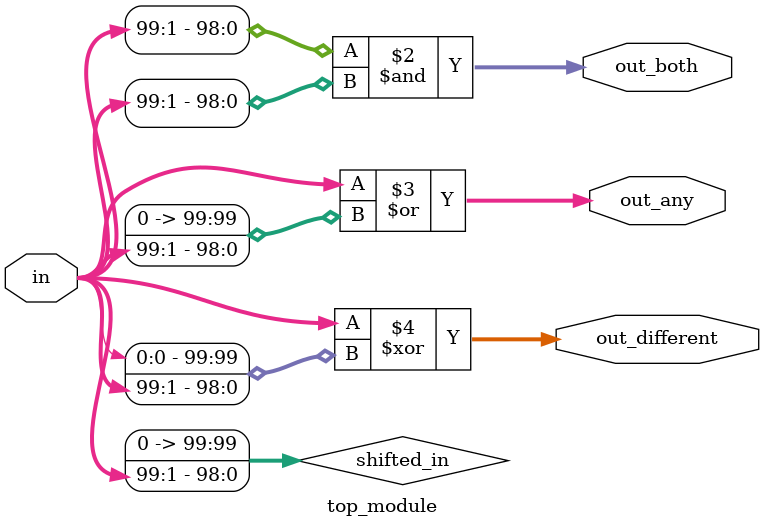
<source format=sv>
module top_module (
    input [99:0] in,
    output [98:0] out_both,
    output [99:0] out_any,
    output [99:0] out_different
);
    wire [99:0] shifted_in;
    
    assign shifted_in = in >> 1;
    
    assign out_both = in[99:1] & shifted_in[98:0];
    assign out_any = in | shifted_in;
    assign out_different = in ^ {in[0], shifted_in[98:0]};
    
endmodule

</source>
